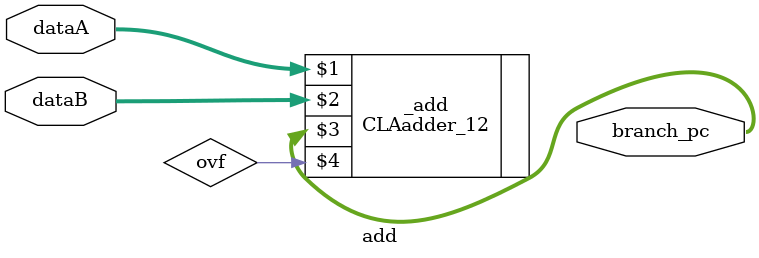
<source format=v>
module add(branch_pc,dataA,dataB);
	input[11:0] dataA, dataB;
	output[11:0] branch_pc;
	
	wire[11:0] out;
	wire ovf,ovf2;
	
	CLAadder_12 _add(dataA,dataB,branch_pc,ovf);
	
	
endmodule

</source>
